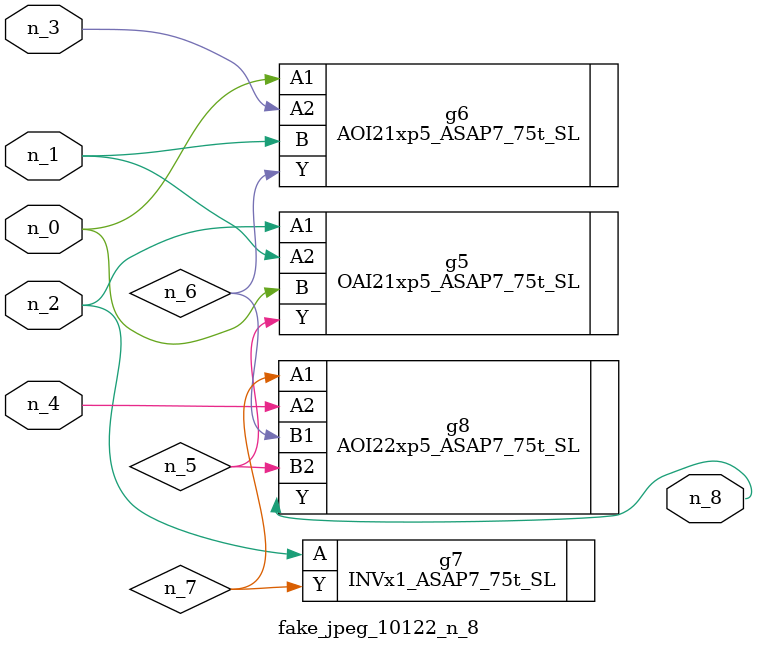
<source format=v>
module fake_jpeg_10122_n_8 (n_3, n_2, n_1, n_0, n_4, n_8);

input n_3;
input n_2;
input n_1;
input n_0;
input n_4;

output n_8;

wire n_6;
wire n_5;
wire n_7;

OAI21xp5_ASAP7_75t_SL g5 ( 
.A1(n_2),
.A2(n_1),
.B(n_0),
.Y(n_5)
);

AOI21xp5_ASAP7_75t_SL g6 ( 
.A1(n_0),
.A2(n_3),
.B(n_1),
.Y(n_6)
);

INVx1_ASAP7_75t_SL g7 ( 
.A(n_2),
.Y(n_7)
);

AOI22xp5_ASAP7_75t_SL g8 ( 
.A1(n_7),
.A2(n_4),
.B1(n_6),
.B2(n_5),
.Y(n_8)
);


endmodule
</source>
